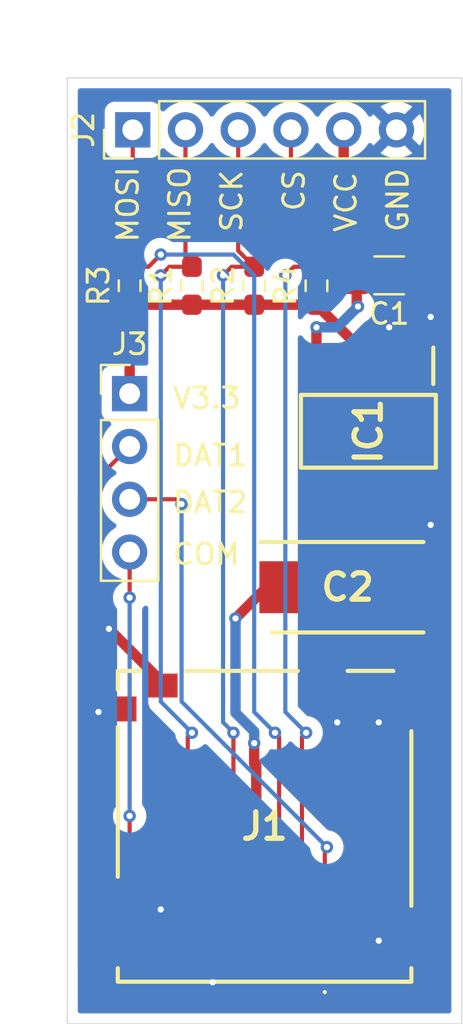
<source format=kicad_pcb>
(kicad_pcb (version 20241229) (generator "pcbnew") (generator_version "9.0")
  (layers (0 "F.Cu" signal) (2 "B.Cu" signal) (13 "F.Paste" user) (15 "B.Paste" user) (5 "F.SilkS" user "F.Silkscreen") (7 "B.SilkS" user "B.Silkscreen") (1 "F.Mask" user) (3 "B.Mask" user) (25 "Edge.Cuts" user))
  (net 0 "")
  (net 1 "/V3.3")
  (net 2 "/COM")
  (net 3 "/DAT2")
  (net 4 "GND")
  (net 5 "/DAT1")
  (net 6 "/VCC")
  (net 7 "/MISO")
  (net 8 "/CS")
  (net 9 "/MOSI")
  (net 10 "/SCK")
  (footprint "Resistor_SMD:R_0603_1608Metric_Pad0.98x0.95mm_HandSolder" (layer "F.Cu") (at 135 86.5 90)
    (property "Reference" "R3" (at 0 -1.5 90) (layer "F.SilkS"))
    (property "Value" "10kohm")
    (fp_line (start -0.254724 -0.5225) (end 0.254724 -0.5225) (stroke (width 0.12)) (layer "F.SilkS"))
    (fp_line (start -0.254724 0.5225) (end 0.254724 0.5225) (stroke (width 0.12)) (layer "F.SilkS"))
    (pad "1" smd roundrect (at -0.9125 0 90) (size 0.975 0.95) (layers "F.Cu" "F.Mask" "F.Paste") (net 1 "/V3.3"))
    (pad "2" smd roundrect (at 0.9125 0 90) (size 0.975 0.95) (layers "F.Cu" "F.Mask" "F.Paste") (net 9 "/MOSI"))
  )
  (footprint "Resistor_SMD:R_0603_1608Metric_Pad0.98x0.95mm_HandSolder" (layer "F.Cu") (at 138 86.5 90)
    (property "Reference" "R1" (at 0 -1.5 90) (layer "F.SilkS"))
    (property "Value" "10kohm")
    (fp_line (start -0.254724 -0.5225) (end 0.254724 -0.5225) (stroke (width 0.12)) (layer "F.SilkS"))
    (fp_line (start -0.254724 0.5225) (end 0.254724 0.5225) (stroke (width 0.12)) (layer "F.SilkS"))
    (pad "1" smd roundrect (at -0.9125 0 90) (size 0.975 0.95) (layers "F.Cu" "F.Mask" "F.Paste") (net 1 "/V3.3"))
    (pad "2" smd roundrect (at 0.9125 0 90) (size 0.975 0.95) (layers "F.Cu" "F.Mask" "F.Paste") (net 7 "/MISO"))
  )
  (footprint "Connector_PinHeader_2.54mm:PinHeader_1x04_P2.54mm_Vertical" (layer "F.Cu") (at 135 91.69)
    (property "Reference" "J3" (at 0 -2.38 0) (layer "F.SilkS"))
    (property "Value" "Conn_01x04_Pin")
    (fp_line (start -1.38 -1.38) (end 0 -1.38) (stroke (width 0.12)) (layer "F.SilkS"))
    (fp_line (start -1.38 0) (end -1.38 -1.38) (stroke (width 0.12)) (layer "F.SilkS"))
    (fp_line (start -1.38 1.27) (end -1.38 9) (stroke (width 0.12)) (layer "F.SilkS"))
    (fp_line (start -1.38 1.27) (end 1.38 1.27) (stroke (width 0.12)) (layer "F.SilkS"))
    (fp_line (start -1.38 9) (end 1.38 9) (stroke (width 0.12)) (layer "F.SilkS"))
    (fp_line (start 1.38 1.27) (end 1.38 9) (stroke (width 0.12)) (layer "F.SilkS"))
    (pad "1" thru_hole rect (at 0 0) (size 1.7 1.7) (drill 1) (layers "*.Cu" "*.Mask") (net 1 "/V3.3"))
    (pad "2" thru_hole circle (at 0 2.54) (size 1.7 1.7) (drill 1) (layers "*.Cu" "*.Mask") (net 5 "/DAT1"))
    (pad "3" thru_hole circle (at 0 5.08) (size 1.7 1.7) (drill 1) (layers "*.Cu" "*.Mask") (net 3 "/DAT2"))
    (pad "4" thru_hole circle (at 0 7.62) (size 1.7 1.7) (drill 1) (layers "*.Cu" "*.Mask") (net 2 "/COM"))
  )
  (footprint "Resistor_SMD:R_0603_1608Metric_Pad0.98x0.95mm_HandSolder" (layer "F.Cu") (at 144 86.5 90)
    (property "Reference" "R4" (at 0 -1.5 90) (layer "F.SilkS"))
    (property "Value" "10kohm")
    (fp_line (start -0.254724 -0.5225) (end 0.254724 -0.5225) (stroke (width 0.12)) (layer "F.SilkS"))
    (fp_line (start -0.254724 0.5225) (end 0.254724 0.5225) (stroke (width 0.12)) (layer "F.SilkS"))
    (pad "1" smd roundrect (at -0.9125 0 90) (size 0.975 0.95) (layers "F.Cu" "F.Mask" "F.Paste") (net 1 "/V3.3"))
    (pad "2" smd roundrect (at 0.9125 0 90) (size 0.975 0.95) (layers "F.Cu" "F.Mask" "F.Paste") (net 8 "/CS"))
  )
  (footprint "SamacSys_Parts:SOT230P700X180-4N" (layer "F.Cu") (at 146.5 93.5 -90)
    (property "Reference" "IC1" (at 0 0 90) (layer "F.SilkS") (effects (font (size 1.27 1.27) (thickness 0.254))))
    (property "Value" "LM1117MPX-3.3_NOPB" (hide yes))
    (fp_line (start -1.75 3.25) (end -1.75 -3.25) (stroke (width 0.2)) (layer "F.SilkS"))
    (fp_line (start 1.75 3.25) (end -1.75 3.25) (stroke (width 0.2)) (layer "F.SilkS"))
    (fp_line (start -4.025 -3.125) (end -2.275 -3.125) (stroke (width 0.2)) (layer "F.SilkS"))
    (fp_line (start -1.75 -3.25) (end 1.75 -3.25) (stroke (width 0.2)) (layer "F.SilkS"))
    (fp_line (start 1.75 -3.25) (end 1.75 3.25) (stroke (width 0.2)) (layer "F.SilkS"))
    (pad "1" smd rect (at -3.15 -2.3) (size 0.95 1.75) (layers "F.Cu" "F.Mask" "F.Paste") (net 4 "GND"))
    (pad "2" smd rect (at -3.15 0) (size 0.95 1.75) (layers "F.Cu" "F.Mask" "F.Paste") (net 1 "/V3.3"))
    (pad "3" smd rect (at -3.15 2.3) (size 0.95 1.75) (layers "F.Cu" "F.Mask" "F.Paste") (net 6 "/VCC"))
    (pad "4" smd rect (at 3.15 0 270) (size 1.75 3.2) (layers "F.Cu" "F.Mask" "F.Paste") (net 1 "/V3.3"))
  )
  (footprint "SamacSys_Parts:CAPPM7344X310N" (layer "F.Cu") (at 145.5 101)
    (property "Reference" "C2" (at 0 0 0) (layer "F.SilkS") (effects (font (size 1.27 1.27) (thickness 0.254))))
    (property "Value" "TAJD106M035RNJ" (hide yes))
    (fp_line (start -3.65 2.175) (end 3.65 2.175) (stroke (width 0.2)) (layer "F.SilkS"))
    (fp_line (start 3.65 -2.175) (end -4.25 -2.175) (stroke (width 0.2)) (layer "F.SilkS"))
    (pad "1" smd rect (at -3.1 0) (size 2.3 2.5) (layers "F.Cu" "F.Mask" "F.Paste") (net 1 "/V3.3"))
    (pad "2" smd rect (at 3.1 0) (size 2.3 2.5) (layers "F.Cu" "F.Mask" "F.Paste") (net 4 "GND"))
  )
  (footprint "SamacSys_Parts:MEM20900014500A" (layer "F.Cu") (at 141.5 112.5)
    (property "Reference" "J1" (at 0 0 0) (layer "F.SilkS") (effects (font (size 1.27 1.27) (thickness 0.254))))
    (property "Value" "MEM2090-00-145-00-A" (hide yes))
    (fp_line (start -7.07 -7.475) (end -6 -7.475) (stroke (width 0.2)) (layer "F.SilkS"))
    (fp_line (start -7.07 -6.575) (end -7.07 -7.475) (stroke (width 0.2)) (layer "F.SilkS"))
    (fp_line (start -7.07 2.425) (end -7.07 -4.775) (stroke (width 0.2)) (layer "F.SilkS"))
    (fp_line (start -7.07 7.475) (end -7.07 6.825) (stroke (width 0.2)) (layer "F.SilkS"))
    (fp_line (start -3.8 -7.475) (end 1.6 -7.475) (stroke (width 0.2)) (layer "F.SilkS"))
    (fp_line (start 2.9 7.925) (end 2.9 7.925) (stroke (width 0.1)) (layer "F.SilkS"))
    (fp_line (start 2.9 8.025) (end 2.9 8.025) (stroke (width 0.1)) (layer "F.SilkS"))
    (fp_line (start 4 -7.475) (end 6.2 -7.475) (stroke (width 0.2)) (layer "F.SilkS"))
    (fp_line (start 7.07 -4.575) (end 7.07 3.825) (stroke (width 0.2)) (layer "F.SilkS"))
    (fp_line (start 7.07 6.825) (end 7.07 7.475) (stroke (width 0.2)) (layer "F.SilkS"))
    (fp_line (start 7.07 7.475) (end -7.07 7.475) (stroke (width 0.2)) (layer "F.SilkS"))
    (fp_arc (start 2.9 7.925) (mid 2.95 7.975) (end 2.9 8.025) (stroke (width 0.1)) (layer "F.SilkS"))
    (fp_arc (start 2.9 8.025) (mid 2.85 7.975) (end 2.9 7.925) (stroke (width 0.1)) (layer "F.SilkS"))
    (pad "1" smd rect (at 2.9 5.985) (size 0.8 1.24) (layers "F.Cu" "F.Mask" "F.Paste") (net 3 "/DAT2"))
    (pad "2" smd rect (at 1.8 5.985) (size 0.8 1.24) (layers "F.Cu" "F.Mask" "F.Paste") (net 8 "/CS"))
    (pad "3" smd rect (at 0.7 5.985) (size 0.8 1.24) (layers "F.Cu" "F.Mask" "F.Paste") (net 9 "/MOSI"))
    (pad "4" smd rect (at -0.4 5.985) (size 0.8 1.24) (layers "F.Cu" "F.Mask" "F.Paste") (net 1 "/V3.3"))
    (pad "5" smd rect (at -1.5 5.985) (size 0.8 1.24) (layers "F.Cu" "F.Mask" "F.Paste") (net 10 "/SCK"))
    (pad "6" smd rect (at -2.6 5.985) (size 0.8 1.24) (layers "F.Cu" "F.Mask" "F.Paste") (net 4 "GND"))
    (pad "7" smd rect (at -3.7 5.985) (size 0.8 1.24) (layers "F.Cu" "F.Mask" "F.Paste") (net 7 "/MISO"))
    (pad "8" smd rect (at -4.8 5.985) (size 0.8 1.24) (layers "F.Cu" "F.Mask" "F.Paste") (net 5 "/DAT1"))
    (pad "9" smd rect (at -6.745 3.355) (size 1.15 1.25) (layers "F.Cu" "F.Mask" "F.Paste") (net 2 "/COM"))
    (pad "10" smd rect (at 7.145 5.355) (size 1.15 2.5) (layers "F.Cu" "F.Mask" "F.Paste") (net 4 "GND"))
    (pad "11" smd rect (at -7.145 5.505) (size 1.15 2.2) (layers "F.Cu" "F.Mask" "F.Paste") (net 4 "GND"))
    (pad "12" smd rect (at -6.745 -5.645) (size 1.15 1.2) (layers "F.Cu" "F.Mask" "F.Paste") (net 4 "GND"))
    (pad "13" smd rect (at -4.94 -6.77 90) (size 1.15 1.5) (layers "F.Cu" "F.Mask" "F.Paste") (net 4 "GND"))
    (pad "14" smd rect (at 2.84 -6.77 90) (size 1.15 1.5) (layers "F.Cu" "F.Mask" "F.Paste") (net 4 "GND"))
    (pad "15" smd rect (at 7.145 -5.975) (size 1.15 2.2) (layers "F.Cu" "F.Mask" "F.Paste") (net 4 "GND"))
  )
  (footprint "Resistor_SMD:R_0603_1608Metric_Pad0.98x0.95mm_HandSolder" (layer "F.Cu") (at 141 86.5 90)
    (property "Reference" "R2" (at 0 -1.5 90) (layer "F.SilkS"))
    (property "Value" "10kohm")
    (fp_line (start -0.254724 -0.5225) (end 0.254724 -0.5225) (stroke (width 0.12)) (layer "F.SilkS"))
    (fp_line (start -0.254724 0.5225) (end 0.254724 0.5225) (stroke (width 0.12)) (layer "F.SilkS"))
    (pad "1" smd roundrect (at -0.9125 0 90) (size 0.975 0.95) (layers "F.Cu" "F.Mask" "F.Paste") (net 1 "/V3.3"))
    (pad "2" smd roundrect (at 0.9125 0 90) (size 0.975 0.95) (layers "F.Cu" "F.Mask" "F.Paste") (net 10 "/SCK"))
  )
  (footprint "Connector_PinHeader_2.54mm:PinHeader_1x06_P2.54mm_Vertical" (layer "F.Cu") (at 135.15 79 90)
    (property "Reference" "J2" (at 0 -2.38 90) (layer "F.SilkS"))
    (property "Value" "Conn_01x06_Pin")
    (fp_line (start -1.38 -1.38) (end 0 -1.38) (stroke (width 0.12)) (layer "F.SilkS"))
    (fp_line (start -1.38 0) (end -1.38 -1.38) (stroke (width 0.12)) (layer "F.SilkS"))
    (fp_line (start 1.38 1.27) (end 1.38 14.08) (stroke (width 0.12)) (layer "F.SilkS"))
    (fp_line (start -1.38 1.27) (end 1.38 1.27) (stroke (width 0.12)) (layer "F.SilkS"))
    (fp_line (start -1.38 1.27) (end -1.38 14.08) (stroke (width 0.12)) (layer "F.SilkS"))
    (fp_line (start -1.38 14.08) (end 1.38 14.08) (stroke (width 0.12)) (layer "F.SilkS"))
    (pad "1" thru_hole rect (at 0 0 90) (size 1.7 1.7) (drill 1) (layers "*.Cu" "*.Mask") (net 9 "/MOSI"))
    (pad "2" thru_hole circle (at 0 2.54 90) (size 1.7 1.7) (drill 1) (layers "*.Cu" "*.Mask") (net 7 "/MISO"))
    (pad "3" thru_hole circle (at 0 5.08 90) (size 1.7 1.7) (drill 1) (layers "*.Cu" "*.Mask") (net 10 "/SCK"))
    (pad "4" thru_hole circle (at 0 7.62 90) (size 1.7 1.7) (drill 1) (layers "*.Cu" "*.Mask") (net 8 "/CS"))
    (pad "5" thru_hole circle (at 0 10.16 90) (size 1.7 1.7) (drill 1) (layers "*.Cu" "*.Mask") (net 6 "/VCC"))
    (pad "6" thru_hole circle (at 0 12.7 90) (size 1.7 1.7) (drill 1) (layers "*.Cu" "*.Mask") (net 4 "GND"))
  )
  (footprint "Capacitor_SMD:C_1206_3216Metric_Pad1.33x1.80mm_HandSolder" (layer "F.Cu") (at 147.5 86 180)
    (property "Reference" "C1" (at 0 -1.85 0) (layer "F.SilkS"))
    (property "Value" "10uF")
    (fp_line (start -0.711252 0.91) (end 0.711252 0.91) (stroke (width 0.12)) (layer "F.SilkS"))
    (fp_line (start -0.711252 -0.91) (end 0.711252 -0.91) (stroke (width 0.12)) (layer "F.SilkS"))
    (pad "1" smd roundrect (at -1.5625 0 180) (size 1.325 1.8) (layers "F.Cu" "F.Mask" "F.Paste") (roundrect_rratio 0.188679) (net 4 "GND"))
    (pad "2" smd roundrect (at 1.5625 0 180) (size 1.325 1.8) (layers "F.Cu" "F.Mask" "F.Paste") (roundrect_rratio 0.188679) (net 6 "/VCC"))
  )
  (gr_rect (start 132 76.5) (end 151 122) (stroke (width 0.05)) (fill no) (layer "Edge.Cuts"))
  (gr_text "COM" (at 137 100 0) (layer "F.SilkS") (effects (font (size 1 1)) (justify left bottom)))
  (gr_text "SCK" (at 140.5 84 90) (layer "F.SilkS") (effects (font (size 1 1)) (justify left bottom)))
  (gr_text "GND" (at 148.5 84 90) (layer "F.SilkS") (effects (font (size 1 1)) (justify left bottom)))
  (gr_text "MISO" (at 138 84.5 90) (layer "F.SilkS") (effects (font (size 1 1)) (justify left bottom)))
  (gr_text "DAT1" (at 137 95.25 0) (layer "F.SilkS") (effects (font (size 1 1)) (justify left bottom)))
  (gr_text "VCC" (at 146 84 90) (layer "F.SilkS") (effects (font (size 1 1)) (justify left bottom)))
  (gr_text "CS" (at 143.5 83 90) (layer "F.SilkS") (effects (font (size 1 1)) (justify left bottom)))
  (gr_text "V3.3" (at 137 92.5 0) (layer "F.SilkS") (effects (font (size 1 1)) (justify left bottom)))
  (gr_text "MOSI" (at 135.5 84.5 90) (layer "F.SilkS") (effects (font (size 1 1)) (justify left bottom)))
  (gr_text "DAT2" (at 137 97.5 0) (layer "F.SilkS") (effects (font (size 1 1)) (justify left bottom)))
  (segment (start 146.5 90.35) (end 146.5 96.65) (width 0.5) (layer "F.Cu") (net 1))
  (segment (start 141 108.5) (end 141 109.5) (width 0.5) (layer "F.Cu") (net 1))
  (segment (start 146.5 89.9125) (end 144 87.4125) (width 0.5) (layer "F.Cu") (net 1))
  (segment (start 146.5 96.65) (end 146.5 96.9) (width 0.2) (layer "F.Cu") (net 1))
  (segment (start 141.1 109.6) (end 141.1 118.485) (width 0.5) (layer "F.Cu") (net 1))
  (segment (start 146.5 90.35) (end 146.5 89.9125) (width 0.5) (layer "F.Cu") (net 1))
  (segment (start 135 87.4125) (end 135 91.69) (width 0.5) (layer "F.Cu") (net 1))
  (segment (start 144 87.4125) (end 141 87.4125) (width 0.5) (layer "F.Cu") (net 1))
  (segment (start 146.5 96.9) (end 142.4 101) (width 0.5) (layer "F.Cu") (net 1))
  (segment (start 141 109.5) (end 141.1 109.6) (width 0.5) (layer "F.Cu") (net 1))
  (segment (start 141 87.4125) (end 138 87.4125) (width 0.5) (layer "F.Cu") (net 1))
  (segment (start 142.4 101) (end 141.6 101) (width 0.5) (layer "F.Cu") (net 1))
  (segment (start 141.6 101) (end 140.1 102.5) (width 0.5) (layer "F.Cu") (net 1))
  (segment (start 138 87.4125) (end 135 87.4125) (width 0.5) (layer "F.Cu") (net 1))
  (via (at 141 108.5) (size 0.6) (drill 0.3) (layers "F.Cu" "B.Cu") (net 1))
  (via (at 140.1 102.5) (size 0.6) (drill 0.3) (layers "F.Cu" "B.Cu") (net 1))
  (segment (start 141 107.937925) (end 141 108.5) (width 0.5) (layer "B.Cu") (net 1))
  (segment (start 140.1 102.5) (end 140.1 107.037925) (width 0.5) (layer "B.Cu") (net 1))
  (segment (start 140.1 107.037925) (end 141 107.937925) (width 0.5) (layer "B.Cu") (net 1))
  (segment (start 135 113) (end 134.755 113.245) (width 0.2) (layer "F.Cu") (net 2))
  (segment (start 135 99.31) (end 135 101.5) (width 0.2) (layer "F.Cu") (net 2))
  (segment (start 135 112) (end 135 113) (width 0.2) (layer "F.Cu") (net 2))
  (segment (start 134.755 113.245) (end 134.755 115.855) (width 0.2) (layer "F.Cu") (net 2))
  (via (at 135 101.5) (size 0.6) (drill 0.3) (layers "F.Cu" "B.Cu") (net 2))
  (via (at 135 112) (size 0.6) (drill 0.3) (layers "F.Cu" "B.Cu") (net 2))
  (segment (start 135 101.5) (end 135 112) (width 0.2) (layer "B.Cu") (net 2))
  (segment (start 137.27 96.77) (end 137.5 97) (width 0.2) (layer "F.Cu") (net 3))
  (segment (start 144.5 113.5) (end 144.4 113.6) (width 0.2) (layer "F.Cu") (net 3))
  (segment (start 144.4 113.6) (end 144.4 118.485) (width 0.2) (layer "F.Cu") (net 3))
  (segment (start 135 96.77) (end 137.27 96.77) (width 0.2) (layer "F.Cu") (net 3))
  (via (at 137.5 97) (size 0.6) (drill 0.3) (layers "F.Cu" "B.Cu") (net 3))
  (via (at 144.5 113.5) (size 0.6) (drill 0.3) (layers "F.Cu" "B.Cu") (net 3))
  (segment (start 137.5 97) (end 137.5 106.5) (width 0.2) (layer "B.Cu") (net 3))
  (segment (start 137.5 106.5) (end 144.5 113.5) (width 0.2) (layer "B.Cu") (net 3))
  (segment (start 147.145 117.855) (end 147 118) (width 0.5) (layer "F.Cu") (net 4))
  (segment (start 148.6 101) (end 148.6 98.9) (width 0.5) (layer "F.Cu") (net 4))
  (segment (start 148.8 90.35) (end 148.8 89.8) (width 0.5) (layer "F.Cu") (net 4))
  (segment (start 149.0625 86) (end 149.0625 87.5625) (width 0.5) (layer "F.Cu") (net 4))
  (segment (start 138.9 119.9) (end 139 120) (width 0.5) (layer "F.Cu") (net 4))
  (segment (start 136.56 105.56) (end 134 103) (width 0.5) (layer "F.Cu") (net 4))
  (segment (start 149.0625 87.5625) (end 149.5 88) (width 0.5) (layer "F.Cu") (net 4))
  (segment (start 134.755 106.855) (end 133.645 106.855) (width 0.5) (layer "F.Cu") (net 4))
  (segment (start 133.645 106.855) (end 133.5 107) (width 0.5) (layer "F.Cu") (net 4))
  (segment (start 138.9 118.485) (end 138.9 119.9) (width 0.5) (layer "F.Cu") (net 4))
  (segment (start 148.6 98.9) (end 149.5 98) (width 0.5) (layer "F.Cu") (net 4))
  (segment (start 134.995 118.005) (end 136.5 116.5) (width 0.5) (layer "F.Cu") (net 4))
  (segment (start 144.34 106.84) (end 145 107.5) (width 0.5) (layer "F.Cu") (net 4))
  (segment (start 134.355 118.005) (end 134.995 118.005) (width 0.5) (layer "F.Cu") (net 4))
  (segment (start 148.645 106.525) (end 147.975 106.525) (width 0.5) (layer "F.Cu") (net 4))
  (segment (start 148.645 117.855) (end 147.145 117.855) (width 0.5) (layer "F.Cu") (net 4))
  (segment (start 147.975 106.525) (end 147 107.5) (width 0.5) (layer "F.Cu") (net 4))
  (segment (start 136.56 105.73) (end 136.56 105.56) (width 0.5) (layer "F.Cu") (net 4))
  (segment (start 144.34 105.73) (end 144.34 106.84) (width 0.5) (layer "F.Cu") (net 4))
  (segment (start 148.8 89.8) (end 147.5 88.5) (width 0.5) (layer "F.Cu") (net 4))
  (segment (start 147.85 79) (end 148 79) (width 0.2) (layer "F.Cu") (net 4))
  (via (at 147 107.5) (size 0.6) (drill 0.3) (layers "F.Cu" "B.Cu") (net 4))
  (via (at 136.5 116.5) (size 0.6) (drill 0.3) (layers "F.Cu" "B.Cu") (net 4))
  (via (at 145 107.5) (size 0.6) (drill 0.3) (layers "F.Cu" "B.Cu") (net 4))
  (via (at 149.5 98) (size 0.6) (drill 0.3) (layers "F.Cu" "B.Cu") (net 4))
  (via (at 147.5 88.5) (size 0.6) (drill 0.3) (layers "F.Cu" "B.Cu") (net 4))
  (via (at 134 103) (size 0.6) (drill 0.3) (layers "F.Cu" "B.Cu") (net 4))
  (via (at 149.5 88) (size 0.6) (drill 0.3) (layers "F.Cu" "B.Cu") (net 4))
  (via (at 147 118) (size 0.6) (drill 0.3) (layers "F.Cu" "B.Cu") (net 4))
  (via (at 133.5 107) (size 0.6) (drill 0.3) (layers "F.Cu" "B.Cu") (net 4))
  (via (at 139 120) (size 0.6) (drill 0.3) (layers "F.Cu" "B.Cu") (net 4))
  (segment (start 136.515 118.485) (end 136.7 118.485) (width 0.2) (layer "F.Cu") (net 5))
  (segment (start 135 94.23) (end 132.601 96.629) (width 0.2) (layer "F.Cu") (net 5))
  (segment (start 132.601 96.629) (end 132.601 119.101) (width 0.2) (layer "F.Cu") (net 5))
  (segment (start 133.5 120) (end 135 120) (width 0.2) (layer "F.Cu") (net 5))
  (segment (start 132.601 119.101) (end 133.5 120) (width 0.2) (layer "F.Cu") (net 5))
  (segment (start 135 120) (end 136.515 118.485) (width 0.2) (layer "F.Cu") (net 5))
  (segment (start 145.31 85.3725) (end 145.9375 86) (width 0.5) (layer "F.Cu") (net 6))
  (segment (start 144 88.5) (end 144 90.15) (width 0.5) (layer "F.Cu") (net 6))
  (segment (start 144 90.15) (end 144.2 90.35) (width 0.5) (layer "F.Cu") (net 6))
  (segment (start 145.31 79) (end 145.31 85.3725) (width 0.5) (layer "F.Cu") (net 6))
  (segment (start 145.9375 87.4375) (end 146 87.5) (width 0.5) (layer "F.Cu") (net 6))
  (segment (start 145.9375 86) (end 145.9375 87.4375) (width 0.5) (layer "F.Cu") (net 6))
  (via (at 146 87.5) (size 0.6) (drill 0.3) (layers "F.Cu" "B.Cu") (net 6))
  (via (at 144 88.5) (size 0.6) (drill 0.3) (layers "F.Cu" "B.Cu") (net 6))
  (segment (start 145 88.5) (end 144 88.5) (width 0.5) (layer "B.Cu") (net 6))
  (segment (start 146 87.5) (end 145 88.5) (width 0.5) (layer "B.Cu") (net 6))
  (segment (start 138 85.5875) (end 136.9125 85.5875) (width 0.2) (layer "F.Cu") (net 7))
  (segment (start 137.69 85.2775) (end 138 85.5875) (width 0.2) (layer "F.Cu") (net 7))
  (segment (start 137.69 79) (end 137.69 85.2775) (width 0.2) (layer "F.Cu") (net 7))
  (segment (start 137.8 108.2) (end 137.8 118.485) (width 0.2) (layer "F.Cu") (net 7))
  (segment (start 138 108) (end 137.8 108.2) (width 0.2) (layer "F.Cu") (net 7))
  (segment (start 136.9125 85.5875) (end 136.5 86) (width 0.2) (layer "F.Cu") (net 7))
  (via (at 138 108) (size 0.6) (drill 0.3) (layers "F.Cu" "B.Cu") (net 7))
  (via (at 136.5 86) (size 0.6) (drill 0.3) (layers "F.Cu" "B.Cu") (net 7))
  (segment (start 136.5 86) (end 136.5 106.5) (width 0.2) (layer "B.Cu") (net 7))
  (segment (start 136.5 106.5) (end 138 108) (width 0.2) (layer "B.Cu") (net 7))
  (segment (start 144 85.5) (end 144 85.5875) (width 0.2) (layer "F.Cu") (net 8))
  (segment (start 144 85.5875) (end 142.9125 85.5875) (width 0.2) (layer "F.Cu") (net 8))
  (segment (start 143.5 108) (end 143.3 108.2) (width 0.2) (layer "F.Cu") (net 8))
  (segment (start 142.77 79) (end 142.77 84.27) (width 0.2) (layer "F.Cu") (net 8))
  (segment (start 142.9125 85.5875) (end 142.5 86) (width 0.2) (layer "F.Cu") (net 8))
  (segment (start 142.77 84.27) (end 144 85.5) (width 0.2) (layer "F.Cu") (net 8))
  (segment (start 143.3 108.2) (end 143.3 118.485) (width 0.2) (layer "F.Cu") (net 8))
  (via (at 143.5 108) (size 0.6) (drill 0.3) (layers "F.Cu" "B.Cu") (net 8))
  (via (at 142.5 86) (size 0.6) (drill 0.3) (layers "F.Cu" "B.Cu") (net 8))
  (segment (start 142.5 107) (end 143.5 108) (width 0.2) (layer "B.Cu") (net 8))
  (segment (start 142.5 86) (end 142.5 107) (width 0.2) (layer "B.Cu") (net 8))
  (segment (start 142.2 108.2) (end 142.2 118.485) (width 0.2) (layer "F.Cu") (net 9))
  (segment (start 135.15 79) (end 135.15 85.4375) (width 0.2) (layer "F.Cu") (net 9))
  (segment (start 135.15 85.4375) (end 135 85.5875) (width 0.2) (layer "F.Cu") (net 9))
  (segment (start 135.9125 85.5875) (end 136.5 85) (width 0.2) (layer "F.Cu") (net 9))
  (segment (start 135 85.5875) (end 135.9125 85.5875) (width 0.2) (layer "F.Cu") (net 9))
  (segment (start 142 108) (end 142.2 108.2) (width 0.2) (layer "F.Cu") (net 9))
  (via (at 142 108) (size 0.6) (drill 0.3) (layers "F.Cu" "B.Cu") (net 9))
  (via (at 136.5 85) (size 0.6) (drill 0.3) (layers "F.Cu" "B.Cu") (net 9))
  (segment (start 141 107) (end 142 108) (width 0.2) (layer "B.Cu") (net 9))
  (segment (start 141 86) (end 141 107) (width 0.2) (layer "B.Cu") (net 9))
  (segment (start 136.5 85) (end 140 85) (width 0.2) (layer "B.Cu") (net 9))
  (segment (start 140 85) (end 141 86) (width 0.2) (layer "B.Cu") (net 9))
  (segment (start 141 85.5875) (end 139.9125 85.5875) (width 0.2) (layer "F.Cu") (net 10))
  (segment (start 140.23 84.8175) (end 141 85.5875) (width 0.2) (layer "F.Cu") (net 10))
  (segment (start 139.9125 85.5875) (end 139.5 86) (width 0.2) (layer "F.Cu") (net 10))
  (segment (start 140 108) (end 140 118.485) (width 0.2) (layer "F.Cu") (net 10))
  (segment (start 140.23 79) (end 140.23 84.8175) (width 0.2) (layer "F.Cu") (net 10))
  (via (at 139.5 86) (size 0.6) (drill 0.3) (layers "F.Cu" "B.Cu") (net 10))
  (via (at 140 108) (size 0.6) (drill 0.3) (layers "F.Cu" "B.Cu") (net 10))
  (segment (start 139.5 86) (end 139.5 107.5) (width 0.2) (layer "B.Cu") (net 10))
  (segment (start 139.5 107.5) (end 140 108) (width 0.2) (layer "B.Cu") (net 10))
  (zone (net 4) (net_name "GND") (layer "B.Cu") (connect_pads (clearance 0.5)) (min_thickness 0.25) (fill yes (thermal_gap 0.5) (thermal_bridge_width 0.5))
    (polygon (pts (xy 151 122) (xy 151 76.5) (xy 132 76.5) (xy 132 122)))
  )
)
</source>
